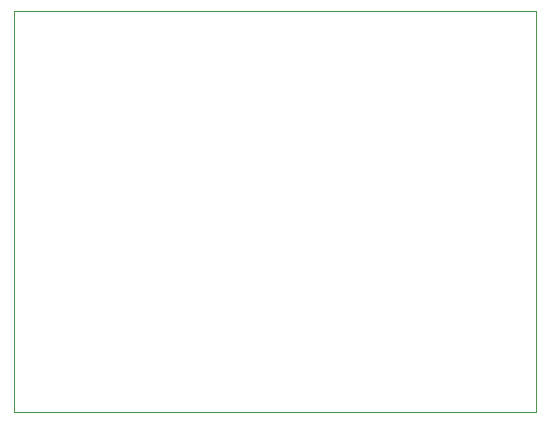
<source format=gm1>
%FSAX43Y43*%
%MOMM*%
G71*
G01*
G75*
G04 Layer_Color=16711935*
%ADD10R,0.550X1.750*%
%ADD11R,1.750X0.550*%
%ADD12R,0.900X0.950*%
%ADD13R,1.000X0.950*%
%ADD14R,1.700X0.350*%
%ADD15R,0.950X0.900*%
%ADD16C,0.600*%
%ADD17C,0.300*%
%ADD18C,0.400*%
%ADD19C,0.200*%
%ADD20C,5.000*%
%ADD21C,2.000*%
%ADD22C,1.200*%
%ADD23R,1.200X1.200*%
%ADD24R,1.200X1.200*%
%ADD25C,1.200*%
%ADD26R,1.200X1.200*%
%ADD27C,0.800*%
%ADD28C,1.000*%
%ADD29C,0.500*%
%ADD30C,0.254*%
%ADD31C,0.250*%
%ADD32R,0.753X1.953*%
%ADD33R,1.953X0.753*%
%ADD34R,1.103X1.153*%
%ADD35R,1.203X1.153*%
%ADD36R,1.903X0.553*%
%ADD37R,1.153X1.103*%
%ADD38C,5.203*%
%ADD39C,2.203*%
%ADD40C,1.403*%
%ADD41R,1.403X1.403*%
%ADD42R,1.403X1.403*%
%ADD43C,1.403*%
%ADD44R,1.403X1.403*%
%ADD45C,1.003*%
%ADD46R,10.000X3.500*%
%ADD47C,0.100*%
D47*
X0000000Y0000000D02*
X0000000Y0034000D01*
X0044200Y0034000D01*
X0044200Y0000000D02*
X0044200Y0034000D01*
X0000000Y0000000D02*
X0044200Y0000000D01*
M02*

</source>
